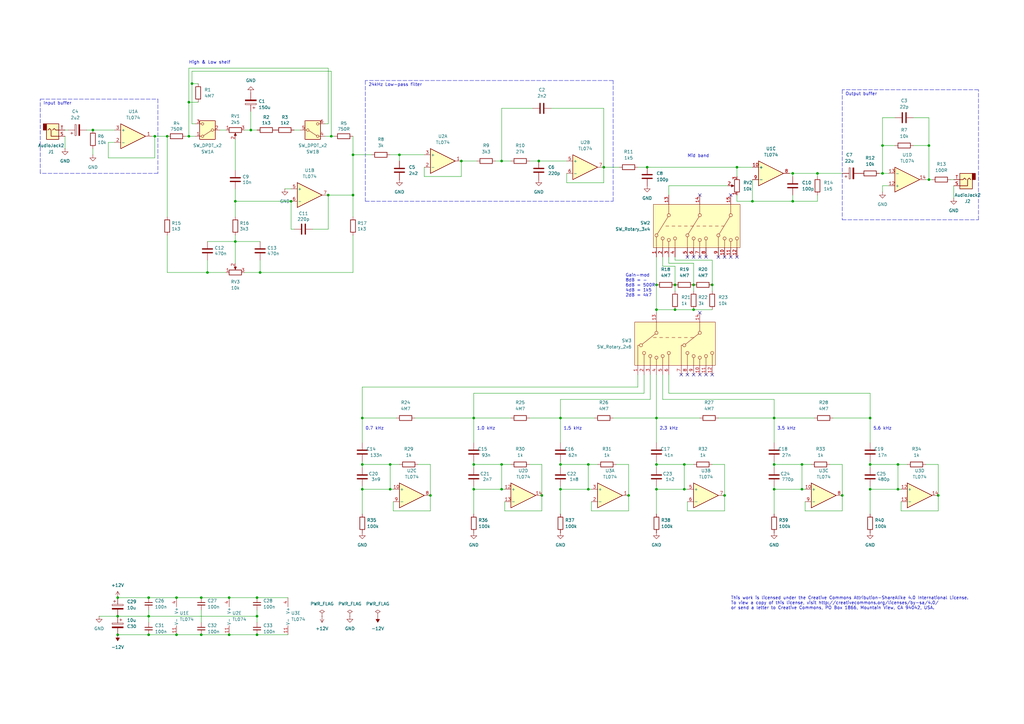
<source format=kicad_sch>
(kicad_sch (version 20231120) (generator "eeschema") (generator_version "8.0")
  (paper "A3")
  (title_block (title "SIAM 295b") (date "2024-05-10") (rev "07") (company "Greybox Audio") (comment 1 "Siemens Inspired Audio Module") (comment 2 "=^x^="))
  (junction (at 135.89 55.88))
  (junction (at 292.1 116.84))
  (junction (at 134.62 80.01))
  (junction (at 96.52 99.06))
  (junction (at 85.09 111.76))
  (junction (at 361.95 59.69))
  (junction (at 317.5 200.66))
  (junction (at 317.5 190.5))
  (junction (at 148.59 200.66))
  (junction (at 194.31 190.5))
  (junction (at 163.83 63.5))
  (junction (at 335.28 71.12))
  (junction (at 308.61 82.55))
  (junction (at 77.47 55.88))
  (junction (at 96.52 82.55))
  (junction (at 194.31 200.66))
  (junction (at 269.24 171.45))
  (junction (at 222.25 203.2))
  (junction (at 60.96 260.35))
  (junction (at 265.43 68.58))
  (junction (at 148.59 171.45))
  (junction (at 280.67 200.66))
  (junction (at 72.39 245.11))
  (junction (at 229.87 190.5))
  (junction (at 269.24 190.5))
  (junction (at 144.78 80.01))
  (junction (at 328.93 190.5))
  (junction (at 229.87 171.45))
  (junction (at 82.55 245.11))
  (junction (at 189.23 66.04))
  (junction (at 368.3 190.5))
  (junction (at 284.48 127))
  (junction (at 241.3 190.5))
  (junction (at 38.1 53.34))
  (junction (at 68.58 55.88))
  (junction (at 345.44 203.2))
  (junction (at 48.26 260.35))
  (junction (at 368.3 200.66))
  (junction (at 205.74 190.5))
  (junction (at 119.38 82.55))
  (junction (at 144.78 63.5))
  (junction (at 302.26 68.58))
  (junction (at 93.98 260.35))
  (junction (at 105.41 245.11))
  (junction (at 317.5 171.45))
  (junction (at 72.39 260.35))
  (junction (at 102.87 53.34))
  (junction (at 78.74 34.29))
  (junction (at 276.86 116.84))
  (junction (at 63.5 55.88))
  (junction (at 384.81 203.2))
  (junction (at 269.24 127))
  (junction (at 160.02 200.66))
  (junction (at 60.96 245.11))
  (junction (at 361.95 71.12))
  (junction (at 269.24 200.66))
  (junction (at 356.87 200.66))
  (junction (at 325.12 71.12))
  (junction (at 280.67 190.5))
  (junction (at 247.65 68.58))
  (junction (at 106.68 111.76))
  (junction (at 176.53 203.2))
  (junction (at 220.98 66.04))
  (junction (at 356.87 190.5))
  (junction (at 48.26 252.73))
  (junction (at 257.81 203.2))
  (junction (at 284.48 116.84))
  (junction (at 229.87 200.66))
  (junction (at 60.96 252.73))
  (junction (at 205.74 200.66))
  (junction (at 325.12 82.55))
  (junction (at 160.02 190.5))
  (junction (at 93.98 245.11))
  (junction (at 148.59 190.5))
  (junction (at 269.24 116.84))
  (junction (at 105.41 252.73))
  (junction (at 381 73.66))
  (junction (at 297.18 203.2))
  (junction (at 381 59.69))
  (junction (at 194.31 171.45))
  (junction (at 328.93 200.66))
  (junction (at 82.55 260.35))
  (junction (at 356.87 171.45))
  (junction (at 105.41 260.35))
  (junction (at 205.74 66.04))
  (junction (at 241.3 200.66))
  (junction (at 77.47 41.91))
  (junction (at 276.86 127))
  (junction (at 48.26 245.11))
  (no_connect (at 279.4 153.67))
  (no_connect (at 281.94 153.67))
  (no_connect (at 284.48 153.67))
  (no_connect (at 287.02 128.27))
  (no_connect (at 287.02 153.67))
  (no_connect (at 289.56 153.67))
  (no_connect (at 292.1 153.67))
  (no_connect (at 294.64 105.41))
  (no_connect (at 297.18 105.41))
  (no_connect (at 299.72 105.41))
  (no_connect (at 302.26 105.41))
  (no_connect (at 281.94 105.41))
  (no_connect (at 284.48 105.41))
  (no_connect (at 287.02 105.41))
  (no_connect (at 289.56 105.41))
  (no_connect (at 287.02 80.01))
  (no_connect (at 299.72 80.01))
  (wire (pts (xy 335.28 71.12) (xy 335.28 72.39)))
  (wire (pts (xy 76.2 55.88) (xy 77.47 55.88)))
  (wire (pts (xy 356.87 190.5) (xy 368.3 190.5)))
  (wire (pts (xy 391.16 76.2) (xy 391.16 81.28)))
  (wire (pts (xy 361.95 48.26) (xy 361.95 59.69)))
  (wire (pts (xy 335.28 82.55) (xy 325.12 82.55)))
  (wire (pts (xy 274.32 153.67) (xy 274.32 161.29)))
  (wire (pts (xy 374.65 59.69) (xy 381 59.69)))
  (wire (pts (xy 105.41 252.73) (xy 105.41 255.27)))
  (wire (pts (xy 356.87 161.29) (xy 356.87 171.45)))
  (wire (pts (xy 317.5 200.66) (xy 328.93 200.66)))
  (wire (pts (xy 297.18 190.5) (xy 297.18 203.2)))
  (wire (pts (xy 134.62 80.01) (xy 144.78 80.01)))
  (wire (pts (xy 161.29 205.74) (xy 161.29 209.55)))
  (wire (pts (xy 77.47 41.91) (xy 77.47 55.88)))
  (wire (pts (xy 379.73 190.5) (xy 384.81 190.5)))
  (wire (pts (xy 78.74 29.21) (xy 78.74 34.29)))
  (wire (pts (xy 241.3 200.66) (xy 242.57 200.66)))
  (wire (pts (xy 276.86 106.68) (xy 276.86 105.41)))
  (wire (pts (xy 368.3 200.66) (xy 369.57 200.66)))
  (wire (pts (xy 78.74 34.29) (xy 81.28 34.29)))
  (wire (pts (xy 302.26 82.55) (xy 302.26 80.01)))
  (wire (pts (xy 144.78 80.01) (xy 144.78 88.9)))
  (wire (pts (xy 323.85 71.12) (xy 325.12 71.12)))
  (wire (pts (xy 40.64 252.73) (xy 48.26 252.73)))
  (wire (pts (xy 85.09 99.06) (xy 96.52 99.06)))
  (wire (pts (xy 78.74 34.29) (xy 78.74 50.8)))
  (wire (pts (xy 194.31 190.5) (xy 205.74 190.5)))
  (wire (pts (xy 389.89 73.66) (xy 391.16 73.66)))
  (wire (pts (xy 171.45 190.5) (xy 176.53 190.5)))
  (wire (pts (xy 269.24 190.5) (xy 280.67 190.5)))
  (wire (pts (xy 317.5 171.45) (xy 317.5 163.83)))
  (wire (pts (xy 194.31 200.66) (xy 205.74 200.66)))
  (wire (pts (xy 148.59 190.5) (xy 148.59 191.77)))
  (wire (pts (xy 381 48.26) (xy 381 59.69)))
  (wire (pts (xy 100.33 111.76) (xy 106.68 111.76)))
  (wire (pts (xy 222.25 209.55) (xy 222.25 203.2)))
  (wire (pts (xy 106.68 111.76) (xy 144.78 111.76)))
  (wire (pts (xy 328.93 190.5) (xy 332.74 190.5)))
  (wire (pts (xy 381 73.66) (xy 381 59.69)))
  (wire (pts (xy 257.81 190.5) (xy 257.81 203.2)))
  (wire (pts (xy 266.7 163.83) (xy 266.7 153.67)))
  (wire (pts (xy 308.61 82.55) (xy 302.26 82.55)))
  (wire (pts (xy 292.1 106.68) (xy 276.86 106.68)))
  (wire (pts (xy 44.45 58.42) (xy 44.45 64.77)))
  (wire (pts (xy 356.87 171.45) (xy 356.87 181.61)))
  (wire (pts (xy 102.87 45.72) (xy 102.87 53.34)))
  (wire (pts (xy 247.65 44.45) (xy 247.65 68.58)))
  (wire (pts (xy 317.5 171.45) (xy 317.5 181.61)))
  (wire (pts (xy 381 73.66) (xy 382.27 73.66)))
  (wire (pts (xy 133.35 50.8) (xy 134.62 50.8)))
  (wire (pts (xy 276.86 116.84) (xy 276.86 109.22)))
  (wire (pts (xy 48.26 245.11) (xy 60.96 245.11)))
  (wire (pts (xy 242.57 209.55) (xy 257.81 209.55)))
  (wire (pts (xy 356.87 200.66) (xy 368.3 200.66)))
  (wire (pts (xy 284.48 116.84) (xy 284.48 107.95)))
  (wire (pts (xy 297.18 209.55) (xy 297.18 203.2)))
  (polyline (pts (xy 149.86 33.02) (xy 149.86 82.55)) (stroke (width 0) (type dash)))
  (wire (pts (xy 269.24 171.45) (xy 269.24 181.61)))
  (wire (pts (xy 341.63 171.45) (xy 356.87 171.45)))
  (wire (pts (xy 120.65 93.98) (xy 119.38 93.98)))
  (wire (pts (xy 229.87 163.83) (xy 266.7 163.83)))
  (wire (pts (xy 222.25 190.5) (xy 222.25 203.2)))
  (wire (pts (xy 317.5 199.39) (xy 317.5 200.66)))
  (wire (pts (xy 68.58 55.88) (xy 68.58 88.9)))
  (wire (pts (xy 251.46 171.45) (xy 269.24 171.45)))
  (wire (pts (xy 369.57 209.55) (xy 384.81 209.55)))
  (polyline (pts (xy 16.51 40.64) (xy 64.77 40.64)) (stroke (width 0) (type dash)))
  (wire (pts (xy 78.74 29.21) (xy 135.89 29.21)))
  (wire (pts (xy 105.41 245.11) (xy 118.11 245.11)))
  (wire (pts (xy 367.03 48.26) (xy 361.95 48.26)))
  (wire (pts (xy 205.74 66.04) (xy 209.55 66.04)))
  (polyline (pts (xy 64.77 71.12) (xy 16.51 71.12)) (stroke (width 0) (type dash)))
  (wire (pts (xy 369.57 205.74) (xy 369.57 209.55)))
  (wire (pts (xy 361.95 76.2) (xy 364.49 76.2)))
  (wire (pts (xy 144.78 63.5) (xy 152.4 63.5)))
  (wire (pts (xy 280.67 200.66) (xy 281.94 200.66)))
  (wire (pts (xy 176.53 190.5) (xy 176.53 203.2)))
  (wire (pts (xy 48.26 252.73) (xy 60.96 252.73)))
  (wire (pts (xy 317.5 163.83) (xy 271.78 163.83)))
  (wire (pts (xy 328.93 190.5) (xy 328.93 200.66)))
  (wire (pts (xy 274.32 76.2) (xy 298.45 76.2)))
  (wire (pts (xy 264.16 161.29) (xy 264.16 153.67)))
  (wire (pts (xy 226.06 44.45) (xy 247.65 44.45)))
  (wire (pts (xy 144.78 80.01) (xy 144.78 63.5)))
  (wire (pts (xy 189.23 66.04) (xy 195.58 66.04)))
  (wire (pts (xy 356.87 189.23) (xy 356.87 190.5)))
  (wire (pts (xy 96.52 96.52) (xy 96.52 99.06)))
  (wire (pts (xy 148.59 200.66) (xy 160.02 200.66)))
  (wire (pts (xy 345.44 190.5) (xy 345.44 203.2)))
  (wire (pts (xy 308.61 73.66) (xy 308.61 82.55)))
  (wire (pts (xy 284.48 127) (xy 292.1 127)))
  (wire (pts (xy 116.84 77.47) (xy 119.38 77.47)))
  (wire (pts (xy 194.31 189.23) (xy 194.31 190.5)))
  (wire (pts (xy 269.24 200.66) (xy 269.24 210.82)))
  (wire (pts (xy 280.67 190.5) (xy 284.48 190.5)))
  (wire (pts (xy 105.41 260.35) (xy 118.11 260.35)))
  (wire (pts (xy 148.59 199.39) (xy 148.59 200.66)))
  (wire (pts (xy 194.31 171.45) (xy 194.31 161.29)))
  (wire (pts (xy 96.52 77.47) (xy 96.52 82.55)))
  (wire (pts (xy 229.87 171.45) (xy 229.87 181.61)))
  (wire (pts (xy 243.84 171.45) (xy 229.87 171.45)))
  (wire (pts (xy 133.35 55.88) (xy 135.89 55.88)))
  (wire (pts (xy 82.55 245.11) (xy 93.98 245.11)))
  (wire (pts (xy 280.67 190.5) (xy 280.67 200.66)))
  (wire (pts (xy 148.59 171.45) (xy 148.59 181.61)))
  (wire (pts (xy 96.52 82.55) (xy 119.38 82.55)))
  (wire (pts (xy 203.2 66.04) (xy 205.74 66.04)))
  (wire (pts (xy 160.02 190.5) (xy 160.02 200.66)))
  (wire (pts (xy 176.53 209.55) (xy 176.53 203.2)))
  (wire (pts (xy 90.17 53.34) (xy 92.71 53.34)))
  (wire (pts (xy 241.3 190.5) (xy 245.11 190.5)))
  (wire (pts (xy 284.48 107.95) (xy 274.32 107.95)))
  (wire (pts (xy 335.28 71.12) (xy 345.44 71.12)))
  (wire (pts (xy 60.96 260.35) (xy 72.39 260.35)))
  (wire (pts (xy 173.99 72.39) (xy 189.23 72.39)))
  (wire (pts (xy 160.02 200.66) (xy 161.29 200.66)))
  (wire (pts (xy 194.31 200.66) (xy 194.31 210.82)))
  (wire (pts (xy 361.95 71.12) (xy 361.95 59.69)))
  (wire (pts (xy 205.74 190.5) (xy 205.74 200.66)))
  (wire (pts (xy 356.87 190.5) (xy 356.87 191.77)))
  (wire (pts (xy 252.73 190.5) (xy 257.81 190.5)))
  (wire (pts (xy 229.87 190.5) (xy 229.87 191.77)))
  (wire (pts (xy 229.87 163.83) (xy 229.87 171.45)))
  (wire (pts (xy 317.5 200.66) (xy 317.5 210.82)))
  (polyline (pts (xy 251.46 33.02) (xy 149.86 33.02)) (stroke (width 0) (type dash)))
  (wire (pts (xy 229.87 200.66) (xy 229.87 210.82)))
  (wire (pts (xy 96.52 82.55) (xy 96.52 88.9)))
  (wire (pts (xy 119.38 82.55) (xy 119.38 93.98)))
  (wire (pts (xy 148.59 189.23) (xy 148.59 190.5)))
  (wire (pts (xy 292.1 106.68) (xy 292.1 116.84)))
  (wire (pts (xy 271.78 163.83) (xy 271.78 153.67)))
  (wire (pts (xy 134.62 93.98) (xy 128.27 93.98)))
  (wire (pts (xy 163.83 63.5) (xy 160.02 63.5)))
  (wire (pts (xy 265.43 68.58) (xy 302.26 68.58)))
  (wire (pts (xy 276.86 127) (xy 269.24 127)))
  (wire (pts (xy 205.74 66.04) (xy 205.74 44.45)))
  (wire (pts (xy 335.28 80.01) (xy 335.28 82.55)))
  (wire (pts (xy 194.31 199.39) (xy 194.31 200.66)))
  (wire (pts (xy 325.12 71.12) (xy 325.12 72.39)))
  (wire (pts (xy 360.68 71.12) (xy 361.95 71.12)))
  (wire (pts (xy 261.62 158.75) (xy 148.59 158.75)))
  (wire (pts (xy 207.01 209.55) (xy 222.25 209.55)))
  (wire (pts (xy 35.56 53.34) (xy 38.1 53.34)))
  (wire (pts (xy 361.95 76.2) (xy 361.95 78.74)))
  (wire (pts (xy 274.32 76.2) (xy 274.32 80.01)))
  (wire (pts (xy 173.99 68.58) (xy 173.99 72.39)))
  (wire (pts (xy 68.58 96.52) (xy 68.58 111.76)))
  (wire (pts (xy 96.52 57.15) (xy 96.52 69.85)))
  (wire (pts (xy 317.5 189.23) (xy 317.5 190.5)))
  (wire (pts (xy 77.47 27.94) (xy 77.47 41.91)))
  (wire (pts (xy 345.44 209.55) (xy 345.44 203.2)))
  (wire (pts (xy 281.94 209.55) (xy 297.18 209.55)))
  (wire (pts (xy 148.59 200.66) (xy 148.59 210.82)))
  (wire (pts (xy 93.98 245.11) (xy 105.41 245.11)))
  (wire (pts (xy 106.68 106.68) (xy 106.68 111.76)))
  (wire (pts (xy 217.17 190.5) (xy 222.25 190.5)))
  (wire (pts (xy 229.87 189.23) (xy 229.87 190.5)))
  (wire (pts (xy 26.67 53.34) (xy 27.94 53.34)))
  (wire (pts (xy 269.24 189.23) (xy 269.24 190.5)))
  (wire (pts (xy 269.24 116.84) (xy 269.24 127)))
  (wire (pts (xy 148.59 158.75) (xy 148.59 171.45)))
  (wire (pts (xy 302.26 68.58) (xy 302.26 72.39)))
  (wire (pts (xy 330.2 205.74) (xy 330.2 209.55)))
  (wire (pts (xy 205.74 190.5) (xy 209.55 190.5)))
  (wire (pts (xy 60.96 252.73) (xy 60.96 255.27)))
  (wire (pts (xy 328.93 200.66) (xy 330.2 200.66)))
  (polyline (pts (xy 345.44 90.17) (xy 401.32 90.17)) (stroke (width 0) (type dash)))
  (wire (pts (xy 269.24 190.5) (xy 269.24 191.77)))
  (wire (pts (xy 276.86 127) (xy 284.48 127)))
  (wire (pts (xy 44.45 64.77) (xy 63.5 64.77)))
  (wire (pts (xy 148.59 190.5) (xy 160.02 190.5)))
  (wire (pts (xy 379.73 73.66) (xy 381 73.66)))
  (wire (pts (xy 269.24 200.66) (xy 280.67 200.66)))
  (wire (pts (xy 269.24 105.41) (xy 269.24 116.84)))
  (wire (pts (xy 38.1 53.34) (xy 46.99 53.34)))
  (wire (pts (xy 68.58 111.76) (xy 85.09 111.76)))
  (wire (pts (xy 356.87 200.66) (xy 356.87 210.82)))
  (wire (pts (xy 48.26 260.35) (xy 60.96 260.35)))
  (wire (pts (xy 294.64 171.45) (xy 317.5 171.45)))
  (wire (pts (xy 205.74 200.66) (xy 207.01 200.66)))
  (wire (pts (xy 85.09 111.76) (xy 92.71 111.76)))
  (wire (pts (xy 261.62 68.58) (xy 265.43 68.58)))
  (wire (pts (xy 163.83 66.04) (xy 163.83 63.5)))
  (wire (pts (xy 229.87 199.39) (xy 229.87 200.66)))
  (wire (pts (xy 325.12 71.12) (xy 335.28 71.12)))
  (wire (pts (xy 163.83 63.5) (xy 173.99 63.5)))
  (wire (pts (xy 232.41 74.93) (xy 247.65 74.93)))
  (wire (pts (xy 317.5 190.5) (xy 317.5 191.77)))
  (wire (pts (xy 160.02 190.5) (xy 163.83 190.5)))
  (wire (pts (xy 194.31 190.5) (xy 194.31 191.77)))
  (wire (pts (xy 271.78 109.22) (xy 271.78 105.41)))
  (wire (pts (xy 96.52 99.06) (xy 96.52 107.95)))
  (wire (pts (xy 242.57 205.74) (xy 242.57 209.55)))
  (wire (pts (xy 77.47 55.88) (xy 80.01 55.88)))
  (wire (pts (xy 308.61 82.55) (xy 325.12 82.55)))
  (polyline (pts (xy 16.51 71.12) (xy 16.51 40.64)) (stroke (width 0) (type dash)))
  (wire (pts (xy 72.39 260.35) (xy 82.55 260.35)))
  (wire (pts (xy 330.2 209.55) (xy 345.44 209.55)))
  (wire (pts (xy 194.31 171.45) (xy 194.31 181.61)))
  (polyline (pts (xy 251.46 82.55) (xy 251.46 33.02)) (stroke (width 0) (type dash)))
  (polyline (pts (xy 345.44 36.83) (xy 345.44 90.17)) (stroke (width 0) (type dash)))
  (wire (pts (xy 276.86 109.22) (xy 271.78 109.22)))
  (wire (pts (xy 60.96 252.73) (xy 105.41 252.73)))
  (wire (pts (xy 368.3 190.5) (xy 372.11 190.5)))
  (wire (pts (xy 63.5 55.88) (xy 68.58 55.88)))
  (wire (pts (xy 374.65 48.26) (xy 381 48.26)))
  (wire (pts (xy 356.87 199.39) (xy 356.87 200.66)))
  (wire (pts (xy 63.5 55.88) (xy 63.5 64.77)))
  (wire (pts (xy 38.1 60.96) (xy 38.1 63.5)))
  (wire (pts (xy 229.87 190.5) (xy 241.3 190.5)))
  (wire (pts (xy 137.16 55.88) (xy 135.89 55.88)))
  (wire (pts (xy 261.62 153.67) (xy 261.62 158.75)))
  (wire (pts (xy 217.17 171.45) (xy 229.87 171.45)))
  (wire (pts (xy 144.78 63.5) (xy 144.78 55.88)))
  (wire (pts (xy 325.12 80.01) (xy 325.12 82.55)))
  (wire (pts (xy 302.26 68.58) (xy 308.61 68.58)))
  (wire (pts (xy 284.48 116.84) (xy 284.48 119.38)))
  (wire (pts (xy 85.09 106.68) (xy 85.09 111.76)))
  (wire (pts (xy 207.01 205.74) (xy 207.01 209.55)))
  (wire (pts (xy 60.96 250.19) (xy 60.96 252.73)))
  (wire (pts (xy 269.24 127) (xy 269.24 128.27)))
  (wire (pts (xy 134.62 80.01) (xy 134.62 93.98)))
  (wire (pts (xy 77.47 41.91) (xy 81.28 41.91)))
  (wire (pts (xy 44.45 58.42) (xy 46.99 58.42)))
  (wire (pts (xy 368.3 190.5) (xy 368.3 200.66)))
  (wire (pts (xy 269.24 199.39) (xy 269.24 200.66)))
  (wire (pts (xy 134.62 27.94) (xy 134.62 50.8)))
  (wire (pts (xy 292.1 116.84) (xy 292.1 119.38)))
  (wire (pts (xy 194.31 171.45) (xy 209.55 171.45)))
  (wire (pts (xy 100.33 53.34) (xy 102.87 53.34)))
  (wire (pts (xy 170.18 171.45) (xy 194.31 171.45)))
  (wire (pts (xy 257.81 209.55) (xy 257.81 203.2)))
  (wire (pts (xy 60.96 245.11) (xy 72.39 245.11)))
  (wire (pts (xy 361.95 71.12) (xy 364.49 71.12)))
  (wire (pts (xy 96.52 99.06) (xy 106.68 99.06)))
  (wire (pts (xy 220.98 66.04) (xy 232.41 66.04)))
  (wire (pts (xy 80.01 50.8) (xy 78.74 50.8)))
  (wire (pts (xy 135.89 29.21) (xy 135.89 55.88)))
  (wire (pts (xy 269.24 153.67) (xy 269.24 171.45)))
  (wire (pts (xy 232.41 71.12) (xy 232.41 74.93)))
  (wire (pts (xy 105.41 250.19) (xy 105.41 252.73)))
  (wire (pts (xy 144.78 96.52) (xy 144.78 111.76)))
  (wire (pts (xy 269.24 171.45) (xy 287.02 171.45)))
  (polyline (pts (xy 401.32 90.17) (xy 401.32 36.83)) (stroke (width 0) (type dash)))
  (wire (pts (xy 102.87 53.34) (xy 105.41 53.34)))
  (wire (pts (xy 217.17 66.04) (xy 220.98 66.04)))
  (wire (pts (xy 82.55 260.35) (xy 93.98 260.35)))
  (polyline (pts (xy 401.32 36.83) (xy 345.44 36.83)) (stroke (width 0) (type dash)))
  (wire (pts (xy 205.74 44.45) (xy 218.44 44.45)))
  (wire (pts (xy 229.87 200.66) (xy 241.3 200.66)))
  (wire (pts (xy 384.81 190.5) (xy 384.81 203.2)))
  (wire (pts (xy 26.67 55.88) (xy 26.67 60.96)))
  (wire (pts (xy 62.23 55.88) (xy 63.5 55.88)))
  (wire (pts (xy 161.29 209.55) (xy 176.53 209.55)))
  (wire (pts (xy 77.47 27.94) (xy 134.62 27.94)))
  (wire (pts (xy 317.5 190.5) (xy 328.93 190.5)))
  (polyline (pts (xy 149.86 82.55) (xy 251.46 82.55)) (stroke (width 0) (type dash)))
  (wire (pts (xy 194.31 161.29) (xy 264.16 161.29)))
  (wire (pts (xy 189.23 72.39) (xy 189.23 66.04)))
  (wire (pts (xy 274.32 107.95) (xy 274.32 105.41)))
  (wire (pts (xy 72.39 245.11) (xy 82.55 245.11)))
  (wire (pts (xy 384.81 209.55) (xy 384.81 203.2)))
  (wire (pts (xy 340.36 190.5) (xy 345.44 190.5)))
  (wire (pts (xy 292.1 190.5) (xy 297.18 190.5)))
  (wire (pts (xy 276.86 116.84) (xy 276.86 119.38)))
  (polyline (pts (xy 64.77 40.64) (xy 64.77 71.12)) (stroke (width 0) (type dash)))
  (wire (pts (xy 148.59 171.45) (xy 162.56 171.45)))
  (wire (pts (xy 317.5 171.45) (xy 334.01 171.45)))
  (wire (pts (xy 120.65 53.34) (xy 123.19 53.34)))
  (wire (pts (xy 93.98 260.35) (xy 105.41 260.35)))
  (wire (pts (xy 281.94 205.74) (xy 281.94 209.55)))
  (wire (pts (xy 247.65 68.58) (xy 254 68.58)))
  (wire (pts (xy 82.55 250.19) (xy 82.55 255.27)))
  (wire (pts (xy 361.95 59.69) (xy 367.03 59.69)))
  (wire (pts (xy 241.3 190.5) (xy 241.3 200.66)))
  (wire (pts (xy 274.32 161.29) (xy 356.87 161.29)))
  (wire (pts (xy 247.65 74.93) (xy 247.65 68.58)))
  (text "5.6 kHz" (at 358.14 176.53 0) (effects (font (size 1.27 1.27)) (justify left bottom)))
  (text "1.0 kHz" (at 195.58 176.53 0) (effects (font (size 1.27 1.27)) (justify left bottom)))
  (text "High & Low shelf" (at 77.47 26.416 0) (effects (font (size 1.27 1.27)) (justify left bottom)))
  (text "0.7 kHz" (at 149.86 176.53 0) (effects (font (size 1.27 1.27)) (justify left bottom)))
  (text "Gain-mod\n8dB = -\n6dB = 500R\n4dB = 1k5\n2dB = 4k7" (at 256.54 121.92 0) (effects (font (size 1.27 1.27)) (justify left bottom)))
  (text "1.5 kHz" (at 231.14 176.53 0) (effects (font (size 1.27 1.27)) (justify left bottom)))
  (text "Output buffer" (at 346.71 39.37 0) (effects (font (size 1.27 1.27)) (justify left bottom)))
  (text "2.3 kHz" (at 270.51 176.53 0) (effects (font (size 1.27 1.27)) (justify left bottom)))
  (text "Input buffer" (at 17.78 43.18 0) (effects (font (size 1.27 1.27)) (justify left bottom)))
  (text "3.5 kHz" (at 318.77 176.53 0) (effects (font (size 1.27 1.27)) (justify left bottom)))
  (text "24kHz Low-pass filter" (at 151.13 35.56 0) (effects (font (size 1.27 1.27)) (justify left bottom)))
  (text "Mid band" (at 281.94 64.77 0) (effects (font (size 1.27 1.27)) (justify left bottom)))
  (text "This work is licensed under the Creative Commons Attribution-ShareAlike 4.0 International License.\nTo view a copy of this license, visit http://creativecommons.org/licenses/by-sa/4.0/\nor send a letter to Creative Commons, PO Box 1866, Mountain View, CA 94042, USA." (at 299.72 250.19 0) (effects (font (size 1.27 1.27)) (justify left bottom)))
  (symbol (lib_id "Device:C") (at 124.46 93.98 90) (unit 1)
    (property "Reference" "C11" (at 124.46 87.5792 90))
    (property "Value" "220p" (at 124.46 89.8906 90))
    (property "Footprint" "Capacitor_SMD:C_0805_2012Metric" (effects (hide yes)))
  )
  (symbol (lib_id "Device:R") (at 72.39 55.88 90) (unit 1)
    (property "Reference" "R4" (at 72.39 50.6222 90))
    (property "Value" "750R" (at 72.39 52.9336 90))
    (property "Footprint" "Resistor_THT:R_Axial_DIN0207_L6.3mm_D2.5mm_P10.16mm_Horizontal" (effects (hide yes)))
  )
  (symbol (lib_id "Device:R") (at 68.58 92.71 0) (unit 1)
    (property "Reference" "R15" (at 70.358 91.5416 0) (effects (justify left)))
    (property "Value" "1k3" (at 70.358 93.853 0) (effects (justify left)))
    (property "Footprint" "Resistor_THT:R_Axial_DIN0207_L6.3mm_D2.5mm_P10.16mm_Horizontal" (effects (hide yes)))
  )
  (symbol (lib_id "Device:R") (at 96.52 92.71 0) (unit 1)
    (property "Reference" "R16" (at 98.298 91.5416 0) (effects (justify left)))
    (property "Value" "3k3" (at 98.298 93.853 0) (effects (justify left)))
    (property "Footprint" "Resistor_THT:R_Axial_DIN0207_L6.3mm_D2.5mm_P10.16mm_Horizontal" (effects (hide yes)))
  )
  (symbol (lib_id "Device:R") (at 144.78 92.71 0) (unit 1)
    (property "Reference" "R17" (at 146.558 91.5416 0) (effects (justify left)))
    (property "Value" "1k3" (at 146.558 93.853 0) (effects (justify left)))
    (property "Footprint" "Resistor_THT:R_Axial_DIN0207_L6.3mm_D2.5mm_P10.16mm_Horizontal" (effects (hide yes)))
  )
  (symbol (lib_id "Device:R") (at 140.97 55.88 90) (unit 1)
    (property "Reference" "R5" (at 140.97 50.6222 90))
    (property "Value" "750R" (at 140.97 52.9336 90))
    (property "Footprint" "Resistor_THT:R_Axial_DIN0207_L6.3mm_D2.5mm_P10.16mm_Horizontal" (effects (hide yes)))
  )
  (symbol (lib_id "Device:C") (at 96.52 73.66 0) (unit 1)
    (property "Reference" "C9" (at 99.441 72.4916 0) (effects (justify left)))
    (property "Value" "10n" (at 99.441 74.803 0) (effects (justify left)))
    (property "Footprint" "Capacitor_THT:C_Rect_L10.0mm_W2.5mm_P7.50mm_MKS4" (effects (hide yes)))
  )
  (symbol (lib_id "Device:C") (at 85.09 102.87 0) (unit 1)
    (property "Reference" "C12" (at 88.011 101.7016 0) (effects (justify left)))
    (property "Value" "470n" (at 88.011 104.013 0) (effects (justify left)))
    (property "Footprint" "Capacitor_THT:C_Rect_L10.0mm_W2.5mm_P7.50mm_MKS4" (effects (hide yes)))
  )
  (symbol (lib_id "Device:C") (at 106.68 102.87 0) (unit 1)
    (property "Reference" "C13" (at 109.601 101.7016 0) (effects (justify left)))
    (property "Value" "470n" (at 109.601 104.013 0) (effects (justify left)))
    (property "Footprint" "Capacitor_THT:C_Rect_L10.0mm_W2.5mm_P7.50mm_MKS4" (effects (hide yes)))
  )
  (symbol (lib_id "Device:C_Small") (at 105.41 257.81 0) (unit 1)
    (property "Reference" "C33" (at 107.95 256.5462 0) (effects (justify left)))
    (property "Value" "100n" (at 107.95 259.0862 0) (effects (justify left)))
    (property "Footprint" "Capacitor_SMD:C_0805_2012Metric" (effects (hide yes)))
    (property "Description" "Unpolarized capacitor, small symbol" (effects (hide yes)))
  )
  (symbol (lib_id "Amplifier_Operational:TL074") (at 377.19 203.2 0) (unit 4)
    (property "Reference" "U3" (at 377.19 193.04 0))
    (property "Value" "TL074" (at 377.19 195.58 0))
    (property "Footprint" "Package_SO:SOIC-14_3.9x8.7mm_P1.27mm" (effects (hide yes)))
    (property "Datasheet" "http://www.ti.com/lit/ds/symlink/tl071.pdf" (effects (hide yes)))
  )
  (symbol (lib_name "SW_DPDT_x2_1") (lib_id "Switch:SW_DPDT_x2") (at 85.09 53.34 180) (unit 1)
    (property "Reference" "SW1" (at 85.09 62.23 0))
    (property "Value" "SW_DPDT_x2" (at 85.09 59.69 0))
    (property "Footprint" "Connector_PinHeader_2.54mm:PinHeader_2x03_P2.54mm_Vertical" (effects (hide yes)))
    (property "Description" "Switch, dual pole double throw, separate symbols" (effects (hide yes)))
  )
  (symbol (lib_id "Device:R") (at 109.22 53.34 90) (unit 1)
    (property "Reference" "R2" (at 109.22 48.0822 90))
    (property "Value" "1k3" (at 109.22 50.3936 90))
    (property "Footprint" "Resistor_THT:R_Axial_DIN0207_L6.3mm_D2.5mm_P10.16mm_Horizontal" (effects (hide yes)))
  )
  (symbol (lib_id "power:+12V") (at 132.08 252.73 0) (mirror x) (unit 1)
    (property "Reference" "#PWR019" (effects (hide yes)))
    (property "Value" "+12V" (at 132.08 257.81 0))
    (property "Description" "Power symbol creates a global label with name \"+12V\"" (effects (hide yes)))
  )
  (symbol (lib_id "Device:R") (at 284.48 123.19 0) (unit 1)
    (property "Reference" "R22" (at 286.385 121.9199 0) (effects (justify left)))
    (property "Value" "3k" (at 286.385 124.4599 0) (effects (justify left)))
    (property "Footprint" "Resistor_THT:R_Axial_DIN0207_L6.3mm_D2.5mm_P10.16mm_Horizontal" (effects (hide yes)))
  )
  (symbol (lib_id "Device:R") (at 317.5 214.63 0) (unit 1)
    (property "Reference" "R39" (at 319.405 213.3599 0) (effects (justify left)))
    (property "Value" "100k" (at 319.405 215.8999 0) (effects (justify left)))
    (property "Footprint" "Resistor_THT:R_Axial_DIN0207_L6.3mm_D2.5mm_P10.16mm_Horizontal" (effects (hide yes)))
  )
  (symbol (lib_id "Device:C") (at 265.43 72.39 0) (unit 1)
    (property "Reference" "C8" (at 269.24 71.1199 0) (effects (justify left)))
    (property "Value" "100p" (at 269.24 73.6599 0) (effects (justify left)))
    (property "Footprint" "Capacitor_SMD:C_0805_2012Metric" (effects (hide yes)))
  )
  (symbol (lib_id "power:GND") (at 391.16 81.28 0) (unit 1)
    (property "Reference" "#PWR09" (effects (hide yes)))
    (property "Value" "GND" (at 391.16 86.36 0))
    (property "Description" "Power symbol creates a global label with name \"GND\" , ground" (effects (hide yes)))
  )
  (symbol (lib_id "power:GND") (at 116.84 77.47 0) (unit 1)
    (property "Reference" "#PWR07" (effects (hide yes)))
    (property "Value" "GND" (at 116.84 82.55 0))
    (property "Description" "Power symbol creates a global label with name \"GND\" , ground" (effects (hide yes)))
  )
  (symbol (lib_id "Connector_Audio:AudioJack2") (at 21.59 53.34 0) (mirror x) (unit 1)
    (property "Reference" "J1" (at 20.955 62.23 0))
    (property "Value" "AudioJack2" (at 20.955 59.69 0))
    (property "Footprint" "Connector_PinHeader_2.54mm:PinHeader_1x02_P2.54mm_Vertical" (effects (hide yes)))
    (property "Description" "Audio Jack, 2 Poles (Mono / TS)" (effects (hide yes)))
  )
  (symbol (lib_id "Amplifier_Operational:TL074") (at 120.65 252.73 0) (unit 5)
    (property "Reference" "U3" (at 119.38 251.4599 0) (effects (justify left)))
    (property "Value" "TL074" (at 119.38 253.9999 0) (effects (justify left)))
    (property "Footprint" "Package_SO:SOIC-14_3.9x8.7mm_P1.27mm" (effects (hide yes)))
    (property "Datasheet" "http://www.ti.com/lit/ds/symlink/tl071.pdf" (effects (hide yes)))
  )
  (symbol (lib_id "Device:C") (at 317.5 185.42 0) (unit 1)
    (property "Reference" "C18" (at 323.088 184.15 0) (effects (justify right)))
    (property "Value" "27n" (at 320.675 186.6899 0) (effects (justify left)))
    (property "Footprint" "Capacitor_THT:C_Rect_L10.0mm_W2.5mm_P7.50mm_MKS4" (effects (hide yes)))
  )
  (symbol (lib_id "Amplifier_Operational:TL074") (at 96.52 252.73 0) (unit 5)
    (property "Reference" "U2" (at 95.25 251.4599 0) (effects (justify left)))
    (property "Value" "TL074" (at 95.25 253.9999 0) (effects (justify left)))
    (property "Footprint" "Package_SO:SOIC-14_3.9x8.7mm_P1.27mm" (effects (hide yes)))
    (property "Datasheet" "http://www.ti.com/lit/ds/symlink/tl071.pdf" (effects (hide yes)))
  )
  (symbol (lib_id "Device:C") (at 163.83 69.85 0) (unit 1)
    (property "Reference" "C5" (at 167.64 68.5799 0) (effects (justify left)))
    (property "Value" "2n2" (at 167.64 71.1199 0) (effects (justify left)))
    (property "Footprint" "Capacitor_THT:C_Rect_L10.0mm_W2.5mm_P7.50mm_MKS4" (effects (hide yes)))
  )
  (symbol (lib_id "Device:R") (at 257.81 68.58 270) (unit 1)
    (property "Reference" "R11" (at 257.81 62.23 90))
    (property "Value" "1k5" (at 257.81 64.77 90))
    (property "Footprint" "Resistor_THT:R_Axial_DIN0207_L6.3mm_D2.5mm_P10.16mm_Horizontal" (effects (hide yes)))
  )
  (symbol (lib_id "Device:R") (at 248.92 190.5 90) (unit 1)
    (property "Reference" "R31" (at 248.92 184.15 90))
    (property "Value" "1k" (at 248.92 186.69 90))
    (property "Footprint" "Resistor_THT:R_Axial_DIN0207_L6.3mm_D2.5mm_P10.16mm_Horizontal" (effects (hide yes)))
  )
  (symbol (lib_id "Device:C") (at 194.31 195.58 0) (unit 1)
    (property "Reference" "C21" (at 198.882 194.31 0))
    (property "Value" "2n7" (at 199.898 196.596 0))
    (property "Footprint" "Capacitor_THT:C_Rect_L10.0mm_W2.5mm_P7.50mm_MKS4" (effects (hide yes)))
  )
  (symbol (lib_id "power:PWR_FLAG") (at 132.08 252.73 0) (unit 1)
    (property "Reference" "#FLG02" (effects (hide yes)))
    (property "Value" "PWR_FLAG" (at 132.08 247.65 0))
    (property "Description" "Special symbol for telling ERC where power comes from" (effects (hide yes)))
  )
  (symbol (lib_id "Device:R") (at 273.05 116.84 90) (unit 1)
    (property "Reference" "R18" (at 273.05 110.49 90))
    (property "Value" "4M7" (at 273.05 113.03 90))
    (property "Footprint" "Resistor_THT:R_Axial_DIN0207_L6.3mm_D2.5mm_P2.54mm_Vertical" (effects (hide yes)))
  )
  (symbol (lib_id "power:GND") (at 361.95 78.74 0) (unit 1)
    (property "Reference" "#PWR08" (effects (hide yes)))
    (property "Value" "GND" (at 361.95 83.82 0))
    (property "Description" "Power symbol creates a global label with name \"GND\" , ground" (effects (hide yes)))
  )
  (symbol (lib_id "Device:R") (at 288.29 116.84 90) (unit 1)
    (property "Reference" "R20" (at 288.29 110.49 90))
    (property "Value" "4M7" (at 288.29 113.03 90))
    (property "Footprint" "Resistor_THT:R_Axial_DIN0207_L6.3mm_D2.5mm_P2.54mm_Vertical" (effects (hide yes)))
  )
  (symbol (lib_id "Amplifier_Operational:TL074") (at 168.91 203.2 0) (unit 3)
    (property "Reference" "U2" (at 168.91 193.04 0))
    (property "Value" "TL074" (at 168.91 195.58 0))
    (property "Footprint" "Package_SO:SOIC-14_3.9x8.7mm_P1.27mm" (effects (hide yes)))
    (property "Datasheet" "http://www.ti.com/lit/ds/symlink/tl071.pdf" (effects (hide yes)))
  )
  (symbol (lib_id "power:GND") (at 143.51 252.73 0) (unit 1)
    (property "Reference" "#PWR020" (effects (hide yes)))
    (property "Value" "GND" (at 143.51 257.81 0))
    (property "Description" "Power symbol creates a global label with name \"GND\" , ground" (effects (hide yes)))
  )
  (symbol (lib_id "Device:R") (at 276.86 123.19 0) (unit 1)
    (property "Reference" "R21" (at 279.4 121.9199 0) (effects (justify left)))
    (property "Value" "1k" (at 279.4 124.4599 0) (effects (justify left)))
    (property "Footprint" "Resistor_THT:R_Axial_DIN0207_L6.3mm_D2.5mm_P10.16mm_Horizontal" (effects (hide yes)))
  )
  (symbol (lib_id "Device:R") (at 81.28 38.1 180) (unit 1)
    (property "Reference" "R1" (at 83.82 36.8299 0) (effects (justify right)))
    (property "Value" "4M7" (at 83.82 39.3699 0) (effects (justify right)))
    (property "Footprint" "Resistor_THT:R_Axial_DIN0207_L6.3mm_D2.5mm_P2.54mm_Vertical" (effects (hide yes)))
  )
  (symbol (lib_id "power:GND") (at 220.98 73.66 0) (unit 1)
    (property "Reference" "#PWR05" (effects (hide yes)))
    (property "Value" "GND" (at 220.98 78.74 0))
    (property "Description" "Power symbol creates a global label with name \"GND\" , ground" (effects (hide yes)))
  )
  (symbol (lib_id "Device:R") (at 213.36 66.04 270) (unit 1)
    (property "Reference" "R10" (at 213.36 59.69 90))
    (property "Value" "27k" (at 213.36 62.23 90))
    (property "Footprint" "Resistor_THT:R_Axial_DIN0207_L6.3mm_D2.5mm_P10.16mm_Horizontal" (effects (hide yes)))
  )
  (symbol (lib_id "Device:C_Small") (at 105.41 247.65 0) (unit 1)
    (property "Reference" "C28" (at 107.95 246.3862 0) (effects (justify left)))
    (property "Value" "100n" (at 107.95 248.9262 0) (effects (justify left)))
    (property "Footprint" "Capacitor_SMD:C_0805_2012Metric" (effects (hide yes)))
    (property "Description" "Unpolarized capacitor, small symbol" (effects (hide yes)))
  )
  (symbol (lib_id "Device:R") (at 148.59 214.63 0) (unit 1)
    (property "Reference" "R35" (at 150.495 213.3599 0) (effects (justify left)))
    (property "Value" "100k" (at 150.495 215.8999 0) (effects (justify left)))
    (property "Footprint" "Resistor_THT:R_Axial_DIN0207_L6.3mm_D2.5mm_P10.16mm_Horizontal" (effects (hide yes)))
  )
  (symbol (lib_id "Device:R") (at 213.36 190.5 90) (unit 1)
    (property "Reference" "R30" (at 213.36 184.15 90))
    (property "Value" "1k" (at 213.36 186.69 90))
    (property "Footprint" "Resistor_THT:R_Axial_DIN0207_L6.3mm_D2.5mm_P10.16mm_Horizontal" (effects (hide yes)))
  )
  (symbol (lib_id "power:GND") (at 265.43 76.2 0) (unit 1)
    (property "Reference" "#PWR06" (effects (hide yes)))
    (property "Value" "GND" (at 265.43 81.28 0))
    (property "Description" "Power symbol creates a global label with name \"GND\" , ground" (effects (hide yes)))
  )
  (symbol (lib_id "Connector_Audio:AudioJack2") (at 396.24 73.66 180) (unit 1)
    (property "Reference" "J2" (at 396.875 82.55 0))
    (property "Value" "AudioJack2" (at 396.875 80.01 0))
    (property "Footprint" "Connector_PinHeader_2.54mm:PinHeader_1x02_P2.54mm_Vertical" (effects (hide yes)))
    (property "Description" "Audio Jack, 2 Poles (Mono / TS)" (effects (hide yes)))
  )
  (symbol (lib_id "Device:R") (at 247.65 171.45 90) (unit 1)
    (property "Reference" "R26" (at 247.65 165.1 90))
    (property "Value" "4M7" (at 247.65 167.64 90))
    (property "Footprint" "Resistor_THT:R_Axial_DIN0207_L6.3mm_D2.5mm_P2.54mm_Vertical" (effects (hide yes)))
  )
  (symbol (lib_id "Switch:SW_Rotary_2x6") (at 276.86 140.97 90) (mirror x) (unit 1)
    (property "Reference" "SW3" (at 259.08 139.6999 90) (effects (justify left)))
    (property "Value" "SW_Rotary_2x6" (at 259.08 142.2399 90) (effects (justify left)))
    (property "Footprint" "Connector_PinHeader_2.54mm:PinHeader_1x07_P2.54mm_Vertical" (effects (hide yes)))
    (property "Datasheet" "http://cdn-reichelt.de/documents/datenblatt/C200/DS-Serie%23LOR.pdf" (effects (hide yes)))
    (property "Description" "2 rotary switch with 6 positions" (effects (hide yes)))
  )
  (symbol (lib_id "Device:C_Small") (at 60.96 247.65 0) (unit 1)
    (property "Reference" "C26" (at 63.5 246.3862 0) (effects (justify left)))
    (property "Value" "100n" (at 63.5 248.9262 0) (effects (justify left)))
    (property "Footprint" "Capacitor_SMD:C_0805_2012Metric" (effects (hide yes)))
    (property "Description" "Unpolarized capacitor, small symbol" (effects (hide yes)))
  )
  (symbol (lib_id "Device:C") (at 222.25 44.45 90) (unit 1)
    (property "Reference" "C2" (at 222.25 36.83 90))
    (property "Value" "2n2" (at 222.25 39.37 90))
    (property "Footprint" "Capacitor_THT:C_Rect_L10.0mm_W2.5mm_P7.50mm_MKS4" (effects (hide yes)))
  )
  (symbol (lib_id "Device:R") (at 156.21 63.5 270) (unit 1)
    (property "Reference" "R8" (at 156.21 57.15 90))
    (property "Value" "3k" (at 156.21 59.69 90))
    (property "Footprint" "Resistor_THT:R_Axial_DIN0207_L6.3mm_D2.5mm_P10.16mm_Horizontal" (effects (hide yes)))
  )
  (symbol (lib_name "SW_DPDT_x2_1") (lib_id "Switch:SW_DPDT_x2") (at 128.27 53.34 0) (mirror x) (unit 2)
    (property "Reference" "SW1" (at 128.27 62.23 0))
    (property "Value" "SW_DPDT_x2" (at 128.27 59.69 0))
    (property "Footprint" "Connector_PinHeader_2.54mm:PinHeader_2x03_P2.54mm_Vertical" (effects (hide yes)))
    (property "Description" "Switch, dual pole double throw, separate symbols" (effects (hide yes)))
  )
  (symbol (lib_id "Device:R") (at 290.83 171.45 90) (unit 1)
    (property "Reference" "R27" (at 290.83 165.1 90))
    (property "Value" "4M7" (at 290.83 167.64 90))
    (property "Footprint" "Resistor_THT:R_Axial_DIN0207_L6.3mm_D2.5mm_P2.54mm_Vertical" (effects (hide yes)))
  )
  (symbol (lib_id "Device:R") (at 292.1 123.19 0) (unit 1)
    (property "Reference" "R23" (at 294.64 121.9199 0) (effects (justify left)))
    (property "Value" "10k" (at 294.64 124.4599 0) (effects (justify left)))
    (property "Footprint" "Resistor_THT:R_Axial_DIN0207_L6.3mm_D2.5mm_P10.16mm_Horizontal" (effects (hide yes)))
  )
  (symbol (lib_id "Device:C") (at 356.87 185.42 0) (unit 1)
    (property "Reference" "C19" (at 362.458 184.15 0) (effects (justify right)))
    (property "Value" "17n" (at 360.045 186.6899 0) (effects (justify left)))
    (property "Footprint" "Capacitor_THT:C_Rect_L10.0mm_W2.5mm_P7.50mm_MKS4" (effects (hide yes)))
  )
  (symbol (lib_id "Device:R") (at 167.64 190.5 90) (unit 1)
    (property "Reference" "R29" (at 167.64 184.15 90))
    (property "Value" "1k" (at 167.64 186.69 90))
    (property "Footprint" "Resistor_THT:R_Axial_DIN0207_L6.3mm_D2.5mm_P10.16mm_Horizontal" (effects (hide yes)))
  )
  (symbol (lib_id "Amplifier_Operational:TL074") (at 74.93 252.73 0) (unit 5)
    (property "Reference" "U1" (at 73.66 251.4599 0) (effects (justify left)))
    (property "Value" "TL074" (at 73.66 253.9999 0) (effects (justify left)))
    (property "Footprint" "Package_SO:SOIC-14_3.9x8.7mm_P1.27mm" (effects (hide yes)))
    (property "Datasheet" "http://www.ti.com/lit/ds/symlink/tl071.pdf" (effects (hide yes)))
  )
  (symbol (lib_id "Device:C_Small") (at 82.55 247.65 0) (unit 1)
    (property "Reference" "C27" (at 85.09 246.3862 0) (effects (justify left)))
    (property "Value" "100n" (at 85.09 248.9262 0) (effects (justify left)))
    (property "Footprint" "Capacitor_SMD:C_0805_2012Metric" (effects (hide yes)))
    (property "Description" "Unpolarized capacitor, small symbol" (effects (hide yes)))
  )
  (symbol (lib_id "Device:R") (at 269.24 214.63 0) (unit 1)
    (property "Reference" "R38" (at 271.145 213.3599 0) (effects (justify left)))
    (property "Value" "100k" (at 271.145 215.8999 0) (effects (justify left)))
    (property "Footprint" "Resistor_THT:R_Axial_DIN0207_L6.3mm_D2.5mm_P10.16mm_Horizontal" (effects (hide yes)))
  )
  (symbol (lib_id "Device:R") (at 288.29 190.5 90) (unit 1)
    (property "Reference" "R32" (at 288.29 184.15 90))
    (property "Value" "1k" (at 288.29 186.69 90))
    (property "Footprint" "Resistor_THT:R_Axial_DIN0207_L6.3mm_D2.5mm_P10.16mm_Horizontal" (effects (hide yes)))
  )
  (symbol (lib_id "Device:C") (at 356.87 195.58 0) (unit 1)
    (property "Reference" "C25" (at 361.442 194.31 0))
    (property "Value" "480p" (at 362.458 196.596 0))
    (property "Footprint" "Capacitor_THT:C_Rect_L10.0mm_W2.5mm_P7.50mm_MKS4" (effects (hide yes)))
  )
  (symbol (lib_id "Device:R") (at 213.36 171.45 90) (unit 1)
    (property "Reference" "R25" (at 213.36 165.1 90))
    (property "Value" "4M7" (at 213.36 167.64 90))
    (property "Footprint" "Resistor_THT:R_Axial_DIN0207_L6.3mm_D2.5mm_P2.54mm_Vertical" (effects (hide yes)))
  )
  (symbol (lib_id "power:GND") (at 148.59 218.44 0) (unit 1)
    (property "Reference" "#PWR010" (effects (hide yes)))
    (property "Value" "GND" (at 148.59 223.52 0))
    (property "Description" "Power symbol creates a global label with name \"GND\" , ground" (effects (hide yes)))
  )
  (symbol (lib_id "power:GND") (at 40.64 252.73 0) (unit 1)
    (property "Reference" "#PWR017" (effects (hide yes)))
    (property "Value" "GND" (at 40.64 257.81 0))
    (property "Description" "Power symbol creates a global label with name \"GND\" , ground" (effects (hide yes)))
  )
  (symbol (lib_id "Device:R") (at 199.39 66.04 270) (unit 1)
    (property "Reference" "R9" (at 199.39 59.69 90))
    (property "Value" "3k3" (at 199.39 62.23 90))
    (property "Footprint" "Resistor_THT:R_Axial_DIN0207_L6.3mm_D2.5mm_P10.16mm_Horizontal" (effects (hide yes)))
  )
  (symbol (lib_id "Device:C_Polarized") (at 48.26 248.92 0) (unit 1)
    (property "Reference" "C29" (at 52.07 246.7609 0) (effects (justify left)))
    (property "Value" "10u" (at 52.07 249.3009 0) (effects (justify left)))
    (property "Footprint" "Capacitor_THT:CP_Radial_D5.0mm_P2.50mm" (effects (hide yes)))
  )
  (symbol (lib_id "Device:C") (at 317.5 195.58 0) (unit 1)
    (property "Reference" "C24" (at 322.072 194.31 0))
    (property "Value" "770p" (at 323.088 196.596 0))
    (property "Footprint" "Capacitor_THT:C_Rect_L10.0mm_W2.5mm_P7.50mm_MKS4" (effects (hide yes)))
  )
  (symbol (lib_id "Amplifier_Operational:TL074") (at 240.03 68.58 0) (unit 2)
    (property "Reference" "U2" (at 240.03 58.42 0))
    (property "Value" "TL074" (at 240.03 60.96 0))
    (property "Footprint" "Package_SO:SOIC-14_3.9x8.7mm_P1.27mm" (effects (hide yes)))
    (property "Datasheet" "http://www.ti.com/lit/ds/symlink/tl071.pdf" (effects (hide yes)))
  )
  (symbol (lib_id "Amplifier_Operational:TL074") (at 250.19 203.2 0) (unit 1)
    (property "Reference" "U3" (at 250.19 193.04 0))
    (property "Value" "TL074" (at 250.19 195.58 0))
    (property "Footprint" "Package_SO:SOIC-14_3.9x8.7mm_P1.27mm" (effects (hide yes)))
    (property "Datasheet" "http://www.ti.com/lit/ds/symlink/tl071.pdf" (effects (hide yes)))
  )
  (symbol (lib_id "Amplifier_Operational:TL074") (at 127 80.01 0) (unit 2)
    (property "Reference" "U1" (at 127 69.85 0))
    (property "Value" "TL074" (at 127 72.39 0))
    (property "Footprint" "Package_SO:SOIC-14_3.9x8.7mm_P1.27mm" (effects (hide yes)))
    (property "Datasheet" "http://www.ti.com/lit/ds/symlink/tl071.pdf" (effects (hide yes)))
  )
  (symbol (lib_id "Device:C") (at 194.31 185.42 0) (unit 1)
    (property "Reference" "C15" (at 199.898 184.15 0) (effects (justify right)))
    (property "Value" "93n" (at 197.485 186.6899 0) (effects (justify left)))
    (property "Footprint" "Capacitor_THT:C_Rect_L10.0mm_W2.5mm_P7.50mm_MKS4" (effects (hide yes)))
  )
  (symbol (lib_id "Device:C") (at 229.87 195.58 0) (unit 1)
    (property "Reference" "C22" (at 234.442 194.31 0))
    (property "Value" "1n8" (at 235.458 196.596 0))
    (property "Footprint" "Capacitor_THT:C_Rect_L10.0mm_W2.5mm_P7.50mm_MKS4" (effects (hide yes)))
  )
  (symbol (lib_id "power:GND") (at 229.87 218.44 0) (unit 1)
    (property "Reference" "#PWR012" (effects (hide yes)))
    (property "Value" "GND" (at 229.87 223.52 0))
    (property "Description" "Power symbol creates a global label with name \"GND\" , ground" (effects (hide yes)))
  )
  (symbol (lib_id "Device:R") (at 194.31 214.63 0) (unit 1)
    (property "Reference" "R36" (at 196.215 213.3599 0) (effects (justify left)))
    (property "Value" "100k" (at 196.215 215.8999 0) (effects (justify left)))
    (property "Footprint" "Resistor_THT:R_Axial_DIN0207_L6.3mm_D2.5mm_P10.16mm_Horizontal" (effects (hide yes)))
  )
  (symbol (lib_id "Device:C") (at 229.87 185.42 0) (unit 1)
    (property "Reference" "C16" (at 235.458 184.15 0) (effects (justify right)))
    (property "Value" "62n" (at 233.045 186.6899 0) (effects (justify left)))
    (property "Footprint" "Capacitor_THT:C_Rect_L10.0mm_W2.5mm_P7.50mm_MKS4" (effects (hide yes)))
  )
  (symbol (lib_id "Device:R") (at 336.55 190.5 90) (unit 1)
    (property "Reference" "R33" (at 336.55 184.15 90))
    (property "Value" "1k" (at 336.55 186.69 90))
    (property "Footprint" "Resistor_THT:R_Axial_DIN0207_L6.3mm_D2.5mm_P10.16mm_Horizontal" (effects (hide yes)))
  )
  (symbol (lib_id "Device:R") (at 38.1 57.15 0) (unit 1)
    (property "Reference" "R6" (at 40.005 55.8799 0) (effects (justify left)))
    (property "Value" "10k" (at 40.005 58.4199 0) (effects (justify left)))
    (property "Footprint" "Resistor_THT:R_Axial_DIN0207_L6.3mm_D2.5mm_P10.16mm_Horizontal" (effects (hide yes)))
  )
  (symbol (lib_id "Device:R") (at 337.82 171.45 90) (unit 1)
    (property "Reference" "R28" (at 337.82 165.1 90))
    (property "Value" "4M7" (at 337.82 167.64 90))
    (property "Footprint" "Resistor_THT:R_Axial_DIN0207_L6.3mm_D2.5mm_P2.54mm_Vertical" (effects (hide yes)))
  )
  (symbol (lib_id "Device:C") (at 220.98 69.85 0) (unit 1)
    (property "Reference" "C6" (at 224.79 68.5799 0) (effects (justify left)))
    (property "Value" "220p" (at 224.79 71.1199 0) (effects (justify left)))
    (property "Footprint" "Capacitor_THT:C_Rect_L10.0mm_W2.5mm_P7.50mm_MKS4" (effects (hide yes)))
  )
  (symbol (lib_id "Amplifier_Operational:TL074") (at 372.11 73.66 0) (mirror x) (unit 4)
    (property "Reference" "U1" (at 372.11 63.5 0))
    (property "Value" "TL074" (at 372.11 66.04 0))
    (property "Footprint" "Package_SO:SOIC-14_3.9x8.7mm_P1.27mm" (effects (hide yes)))
    (property "Datasheet" "http://www.ti.com/lit/ds/symlink/tl071.pdf" (effects (hide yes)))
  )
  (symbol (lib_id "Device:C_Polarized") (at 48.26 256.54 0) (mirror y) (unit 1)
    (property "Reference" "C30" (at 52.07 256.9211 0) (effects (justify right)))
    (property "Value" "10u" (at 52.07 254.3811 0) (effects (justify right)))
    (property "Footprint" "Capacitor_THT:CP_Radial_D5.0mm_P2.50mm" (effects (hide yes)))
  )
  (symbol (lib_id "power:-12V") (at 48.26 260.35 0) (mirror x) (unit 1)
    (property "Reference" "#PWR018" (effects (hide yes)))
    (property "Value" "-12V" (at 48.26 265.43 0))
    (property "Description" "Power symbol creates a global label with name \"-12V\"" (effects (hide yes)))
  )
  (symbol (lib_id "Switch:SW_Rotary_3x4") (at 287.02 92.71 90) (mirror x) (unit 1)
    (property "Reference" "SW2" (at 266.7 91.4399 90) (effects (justify left)))
    (property "Value" "SW_Rotary_3x4" (at 266.7 93.9799 90) (effects (justify left)))
    (property "Footprint" "Connector_PinHeader_2.54mm:PinHeader_1x05_P2.54mm_Vertical" (effects (hide yes)))
    (property "Datasheet" "http://cdn-reichelt.de/documents/datenblatt/C200/DS-Serie%23LOR.pdf" (effects (hide yes)))
    (property "Description" "3 rotary switches with 4 positions" (effects (hide yes)))
  )
  (symbol (lib_id "Device:R") (at 280.67 116.84 90) (unit 1)
    (property "Reference" "R19" (at 280.67 110.49 90))
    (property "Value" "4M7" (at 280.67 113.03 90))
    (property "Footprint" "Resistor_THT:R_Axial_DIN0207_L6.3mm_D2.5mm_P2.54mm_Vertical" (effects (hide yes)))
  )
  (symbol (lib_id "Amplifier_Operational:TL074") (at 181.61 66.04 0) (unit 1)
    (property "Reference" "U2" (at 181.61 55.88 0))
    (property "Value" "TL074" (at 181.61 58.42 0))
    (property "Footprint" "Package_SO:SOIC-14_3.9x8.7mm_P1.27mm" (effects (hide yes)))
    (property "Datasheet" "http://www.ti.com/lit/ds/symlink/tl071.pdf" (effects (hide yes)))
  )
  (symbol (lib_id "Device:C_Polarized") (at 31.75 53.34 90) (unit 1)
    (property "Reference" "C4" (at 30.861 45.72 90))
    (property "Value" "2u2" (at 30.861 48.26 90))
    (property "Footprint" "Capacitor_THT:CP_Radial_D5.0mm_P2.50mm" (effects (hide yes)))
  )
  (symbol (lib_id "power:GND") (at 26.67 60.96 0) (unit 1)
    (property "Reference" "#PWR02" (effects (hide yes)))
    (property "Value" "GND" (at 26.67 66.04 0))
    (property "Description" "Power symbol creates a global label with name \"GND\" , ground" (effects (hide yes)))
  )
  (symbol (lib_id "Device:R") (at 386.08 73.66 270) (unit 1)
    (property "Reference" "R13" (at 386.08 67.31 90))
    (property "Value" "100R" (at 386.08 69.85 90))
    (property "Footprint" "Resistor_THT:R_Axial_DIN0207_L6.3mm_D2.5mm_P10.16mm_Horizontal" (effects (hide yes)))
  )
  (symbol (lib_id "Amplifier_Operational:TL074") (at 54.61 55.88 0) (unit 1)
    (property "Reference" "U1" (at 54.61 45.72 0))
    (property "Value" "TL074" (at 54.61 48.26 0))
    (property "Footprint" "Package_SO:SOIC-14_3.9x8.7mm_P1.27mm" (effects (hide yes)))
    (property "Datasheet" "http://www.ti.com/lit/ds/symlink/tl071.pdf" (effects (hide yes)))
  )
  (symbol (lib_id "power:GND") (at 194.31 218.44 0) (unit 1)
    (property "Reference" "#PWR011" (effects (hide yes)))
    (property "Value" "GND" (at 194.31 223.52 0))
    (property "Description" "Power symbol creates a global label with name \"GND\" , ground" (effects (hide yes)))
  )
  (symbol (lib_id "Device:C_Polarized") (at 349.25 71.12 90) (unit 1)
    (property "Reference" "C7" (at 348.361 63.5 90))
    (property "Value" "22u" (at 348.361 66.04 90))
    (property "Footprint" "Capacitor_THT:CP_Radial_D5.0mm_P2.50mm" (effects (hide yes)))
  )
  (symbol (lib_id "Amplifier_Operational:TL074") (at 337.82 203.2 0) (unit 3)
    (property "Reference" "U3" (at 337.82 193.04 0))
    (property "Value" "TL074" (at 337.82 195.58 0))
    (property "Footprint" "Package_SO:SOIC-14_3.9x8.7mm_P1.27mm" (effects (hide yes)))
    (property "Datasheet" "http://www.ti.com/lit/ds/symlink/tl071.pdf" (effects (hide yes)))
  )
  (symbol (lib_id "Device:C") (at 325.12 76.2 0) (unit 1)
    (property "Reference" "C10" (at 328.93 74.9299 0) (effects (justify left)))
    (property "Value" "100p" (at 328.93 77.4699 0) (effects (justify left)))
    (property "Footprint" "Capacitor_SMD:C_0805_2012Metric" (effects (hide yes)))
  )
  (symbol (lib_id "Device:R") (at 229.87 214.63 0) (unit 1)
    (property "Reference" "R37" (at 231.775 213.3599 0) (effects (justify left)))
    (property "Value" "100k" (at 231.775 215.8999 0) (effects (justify left)))
    (property "Footprint" "Resistor_THT:R_Axial_DIN0207_L6.3mm_D2.5mm_P10.16mm_Horizontal" (effects (hide yes)))
  )
  (symbol (lib_id "Device:C") (at 370.84 48.26 90) (unit 1)
    (property "Reference" "C3" (at 370.84 41.275 90))
    (property "Value" "22p" (at 370.84 43.815 90))
    (property "Footprint" "Capacitor_SMD:C_0805_2012Metric" (effects (hide yes)))
  )
  (symbol (lib_id "Device:R") (at 335.28 76.2 0) (unit 1)
    (property "Reference" "R14" (at 337.82 74.9299 0) (effects (justify left)))
    (property "Value" "1k5" (at 337.82 77.4699 0) (effects (justify left)))
    (property "Footprint" "Resistor_THT:R_Axial_DIN0207_L6.3mm_D2.5mm_P10.16mm_Horizontal" (effects (hide yes)))
  )
  (symbol (lib_id "power:+12V") (at 48.26 245.11 0) (unit 1)
    (property "Reference" "#PWR016" (effects (hide yes)))
    (property "Value" "+12V" (at 48.26 240.03 0))
    (property "Description" "Power symbol creates a global label with name \"+12V\"" (effects (hide yes)))
  )
  (symbol (lib_id "Device:R_Potentiometer") (at 302.26 76.2 180) (unit 1)
    (property "Reference" "RV2" (at 304.8 74.9299 0) (effects (justify right)))
    (property "Value" "10k" (at 304.8 77.4699 0) (effects (justify right)))
    (property "Footprint" "Connector_PinHeader_2.54mm:PinHeader_1x03_P2.54mm_Vertical" (effects (hide yes)))
  )
  (symbol (lib_id "power:PWR_FLAG") (at 143.51 252.73 0) (unit 1)
    (property "Reference" "#FLG01" (effects (hide yes)))
    (property "Value" "PWR_FLAG" (at 143.51 247.65 0))
    (property "Description" "Special symbol for telling ERC where power comes from" (effects (hide yes)))
  )
  (symbol (lib_id "Device:C") (at 269.24 185.42 0) (unit 1)
    (property "Reference" "C17" (at 274.828 184.15 0) (effects (justify right)))
    (property "Value" "41n" (at 272.415 186.6899 0) (effects (justify left)))
    (property "Footprint" "Capacitor_THT:C_Rect_L10.0mm_W2.5mm_P7.50mm_MKS4" (effects (hide yes)))
  )
  (symbol (lib_id "power:GND") (at 269.24 218.44 0) (unit 1)
    (property "Reference" "#PWR013" (effects (hide yes)))
    (property "Value" "GND" (at 269.24 223.52 0))
    (property "Description" "Power symbol creates a global label with name \"GND\" , ground" (effects (hide yes)))
  )
  (symbol (lib_id "power:GND") (at 102.87 38.1 0) (mirror x) (unit 1)
    (property "Reference" "#PWR01" (effects (hide yes)))
    (property "Value" "GND" (at 102.87 33.02 0))
    (property "Description" "Power symbol creates a global label with name \"GND\" , ground" (effects (hide yes)))
  )
  (symbol (lib_id "Device:R_Potentiometer") (at 96.52 53.34 90) (mirror x) (unit 1)
    (property "Reference" "RV1" (at 96.52 47.625 90))
    (property "Value" "2k5" (at 96.52 50.165 90))
    (property "Footprint" "Connector_PinHeader_2.54mm:PinHeader_1x03_P2.54mm_Vertical" (effects (hide yes)))
  )
  (symbol (lib_id "power:GND") (at 317.5 218.44 0) (unit 1)
    (property "Reference" "#PWR014" (effects (hide yes)))
    (property "Value" "GND" (at 317.5 223.52 0))
    (property "Description" "Power symbol creates a global label with name \"GND\" , ground" (effects (hide yes)))
  )
  (symbol (lib_id "Device:C_Small") (at 60.96 257.81 0) (unit 1)
    (property "Reference" "C31" (at 63.5 256.5462 0) (effects (justify left)))
    (property "Value" "100n" (at 63.5 259.0862 0) (effects (justify left)))
    (property "Footprint" "Capacitor_SMD:C_0805_2012Metric" (effects (hide yes)))
    (property "Description" "Unpolarized capacitor, small symbol" (effects (hide yes)))
  )
  (symbol (lib_id "power:GND") (at 163.83 73.66 0) (unit 1)
    (property "Reference" "#PWR04" (effects (hide yes)))
    (property "Value" "GND" (at 163.83 78.74 0))
    (property "Description" "Power symbol creates a global label with name \"GND\" , ground" (effects (hide yes)))
  )
  (symbol (lib_id "power:PWR_FLAG") (at 154.94 252.73 0) (unit 1)
    (property "Reference" "#FLG03" (effects (hide yes)))
    (property "Value" "PWR_FLAG" (at 154.94 247.65 0))
    (property "Description" "Special symbol for telling ERC where power comes from" (effects (hide yes)))
  )
  (symbol (lib_id "Device:R") (at 356.87 71.12 270) (unit 1)
    (property "Reference" "R12" (at 356.87 64.77 90))
    (property "Value" "10k" (at 356.87 67.31 90))
    (property "Footprint" "Resistor_THT:R_Axial_DIN0207_L6.3mm_D2.5mm_P10.16mm_Horizontal" (effects (hide yes)))
  )
  (symbol (lib_id "Device:R") (at 116.84 53.34 90) (unit 1)
    (property "Reference" "R3" (at 116.84 48.0822 90))
    (property "Value" "1k2" (at 116.84 50.3936 90))
    (property "Footprint" "Resistor_THT:R_Axial_DIN0207_L6.3mm_D2.5mm_P10.16mm_Horizontal" (effects (hide yes)))
  )
  (symbol (lib_id "Device:C_Small") (at 82.55 257.81 0) (unit 1)
    (property "Reference" "C32" (at 85.09 256.5462 0) (effects (justify left)))
    (property "Value" "100n" (at 85.09 259.0862 0) (effects (justify left)))
    (property "Footprint" "Capacitor_SMD:C_0805_2012Metric" (effects (hide yes)))
    (property "Description" "Unpolarized capacitor, small symbol" (effects (hide yes)))
  )
  (symbol (lib_id "Device:R") (at 370.84 59.69 270) (unit 1)
    (property "Reference" "R7" (at 370.84 53.34 90))
    (property "Value" "10k" (at 370.84 55.88 90))
    (property "Footprint" "Resistor_THT:R_Axial_DIN0207_L6.3mm_D2.5mm_P10.16mm_Horizontal" (effects (hide yes)))
  )
  (symbol (lib_id "power:GND") (at 38.1 63.5 0) (unit 1)
    (property "Reference" "#PWR03" (effects (hide yes)))
    (property "Value" "GND" (at 38.1 68.58 0))
    (property "Description" "Power symbol creates a global label with name \"GND\" , ground" (effects (hide yes)))
  )
  (symbol (lib_id "Device:R_Potentiometer") (at 96.52 111.76 90) (unit 1)
    (property "Reference" "RV3" (at 96.52 115.57 90))
    (property "Value" "10k" (at 96.52 118.11 90))
    (property "Footprint" "Connector_PinHeader_2.54mm:PinHeader_1x03_P2.54mm_Vertical" (effects (hide yes)))
  )
  (symbol (lib_id "power:GND") (at 356.87 218.44 0) (unit 1)
    (property "Reference" "#PWR015" (effects (hide yes)))
    (property "Value" "GND" (at 356.87 223.52 0))
    (property "Description" "Power symbol creates a global label with name \"GND\" , ground" (effects (hide yes)))
  )
  (symbol (lib_id "Device:C_Polarized") (at 102.87 41.91 180) (unit 1)
    (property "Reference" "C1" (at 106.045 41.5289 0) (effects (justify right)))
    (property "Value" "150u" (at 106.045 44.0689 0) (effects (justify right)))
    (property "Footprint" "Capacitor_THT:CP_Radial_D8.0mm_P5.00mm" (effects (hide yes)))
  )
  (symbol (lib_id "Device:R") (at 166.37 171.45 90) (unit 1)
    (property "Reference" "R24" (at 166.37 165.1 90))
    (property "Value" "4M7" (at 166.37 167.64 90))
    (property "Footprint" "Resistor_THT:R_Axial_DIN0207_L6.3mm_D2.5mm_P2.54mm_Vertical" (effects (hide yes)))
  )
  (symbol (lib_id "Amplifier_Operational:TL074") (at 214.63 203.2 0) (unit 4)
    (property "Reference" "U2" (at 214.63 193.04 0))
    (property "Value" "TL074" (at 214.63 195.58 0))
    (property "Footprint" "Package_SO:SOIC-14_3.9x8.7mm_P1.27mm" (effects (hide yes)))
    (property "Datasheet" "http://www.ti.com/lit/ds/symlink/tl071.pdf" (effects (hide yes)))
  )
  (symbol (lib_id "Device:C") (at 148.59 195.58 0) (unit 1)
    (property "Reference" "C20" (at 153.162 194.31 0))
    (property "Value" "3n9" (at 154.178 196.596 0))
    (property "Footprint" "Capacitor_THT:C_Rect_L10.0mm_W2.5mm_P7.50mm_MKS4" (effects (hide yes)))
  )
  (symbol (lib_id "Device:R") (at 375.92 190.5 90) (unit 1)
    (property "Reference" "R34" (at 375.92 184.15 90))
    (property "Value" "1k" (at 375.92 186.69 90))
    (property "Footprint" "Resistor_THT:R_Axial_DIN0207_L6.3mm_D2.5mm_P10.16mm_Horizontal" (effects (hide yes)))
  )
  (symbol (lib_id "power:-12V") (at 154.94 252.73 0) (mirror x) (unit 1)
    (property "Reference" "#PWR021" (effects (hide yes)))
    (property "Value" "-12V" (at 154.94 257.81 0))
    (property "Description" "Power symbol creates a global label with name \"-12V\"" (effects (hide yes)))
  )
  (symbol (lib_id "Device:R") (at 356.87 214.63 0) (unit 1)
    (property "Reference" "R40" (at 358.775 213.3599 0) (effects (justify left)))
    (property "Value" "100k" (at 358.775 215.8999 0) (effects (justify left)))
    (property "Footprint" "Resistor_THT:R_Axial_DIN0207_L6.3mm_D2.5mm_P10.16mm_Horizontal" (effects (hide yes)))
  )
  (symbol (lib_id "Amplifier_Operational:TL074") (at 316.23 71.12 0) (unit 3)
    (property "Reference" "U1" (at 316.23 60.96 0))
    (property "Value" "TL074" (at 316.23 63.5 0))
    (property "Footprint" "Package_SO:SOIC-14_3.9x8.7mm_P1.27mm" (effects (hide yes)))
    (property "Datasheet" "http://www.ti.com/lit/ds/symlink/tl071.pdf" (effects (hide yes)))
  )
  (symbol (lib_id "Amplifier_Operational:TL074") (at 289.56 203.2 0) (unit 2)
    (property "Reference" "U3" (at 289.56 193.04 0))
    (property "Value" "TL074" (at 289.56 195.58 0))
    (property "Footprint" "Package_SO:SOIC-14_3.9x8.7mm_P1.27mm" (effects (hide yes)))
    (property "Datasheet" "http://www.ti.com/lit/ds/symlink/tl071.pdf" (effects (hide yes)))
  )
  (symbol (lib_id "Device:C") (at 148.59 185.42 0) (unit 1)
    (property "Reference" "C14" (at 154.178 184.15 0) (effects (justify right)))
    (property "Value" "133n" (at 151.765 186.6899 0) (effects (justify left)))
    (property "Footprint" "Capacitor_THT:C_Rect_L10.0mm_W2.5mm_P7.50mm_MKS4" (effects (hide yes)))
  )
  (symbol (lib_id "Device:C") (at 269.24 195.58 0) (unit 1)
    (property "Reference" "C23" (at 273.812 194.31 0))
    (property "Value" "1n2" (at 274.828 196.596 0))
    (property "Footprint" "Capacitor_THT:C_Rect_L10.0mm_W2.5mm_P7.50mm_MKS4" (effects (hide yes)))
  )
)
</source>
